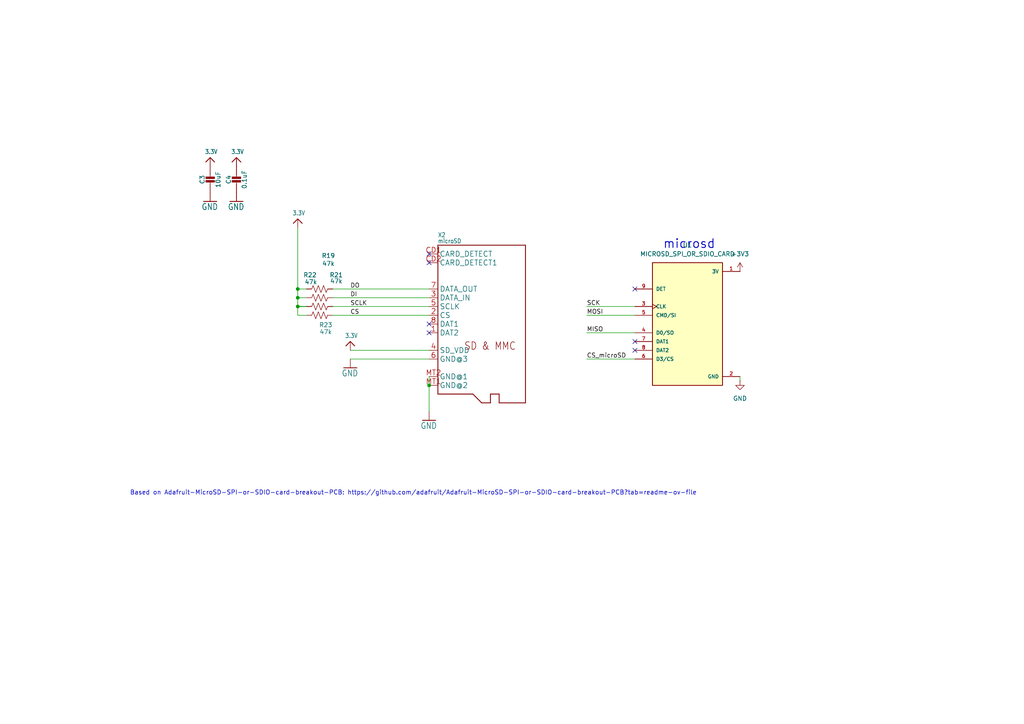
<source format=kicad_sch>
(kicad_sch (version 20250114) (generator "eeschema") (generator_version "9.0")
  (paper "A4")
  (lib_symbols
    (symbol "Adafruit SDIO microSD-eagle-import:3.3V" (power)
      (symbol "3.3V_1_0"
        (polyline (pts (xy -1.27 -1.27) (xy 0 0)) (stroke (width 0.254)))
        (polyline (pts (xy 0 0) (xy 1.27 -1.27)) (stroke (width 0.254)))
        (pin power_in line (at 0 -2.54 90) (length 2.54) (name "3.3V") (number "1"))
      )
    )
    (symbol "Adafruit SDIO microSD-eagle-import:CAP_CERAMIC0603_NO"
      (property "Reference" "C" (at -2.29 1.25 90))
      (symbol "CAP_CERAMIC0603_NO_1_0"
        (rectangle (start -1.27 1.524) (end 1.27 2.032) (fill (type outline)))
        (rectangle (start -1.27 0.508) (end 1.27 1.016) (fill (type outline)))
        (polyline (pts (xy 0 2.54) (xy 0 1.778)) (stroke (width 0.1524)))
        (polyline (pts (xy 0 0.762) (xy 0 0)) (stroke (width 0.1524)))
        (pin passive line (at 0 5.08 270) (length 2.54) (name "1") (number "1"))
        (pin passive line (at 0 -2.54 90) (length 2.54) (name "2") (number "2"))
      )
    )
    (symbol "Adafruit SDIO microSD-eagle-import:CAP_CERAMIC0805-NOOUTLINE"
      (property "Reference" "C" (at -2.29 1.25 90))
      (symbol "CAP_CERAMIC0805-NOOUTLINE_1_0"
        (rectangle (start -1.27 1.524) (end 1.27 2.032) (fill (type outline)))
        (rectangle (start -1.27 0.508) (end 1.27 1.016) (fill (type outline)))
        (polyline (pts (xy 0 2.54) (xy 0 1.778)) (stroke (width 0.1524)))
        (polyline (pts (xy 0 0.762) (xy 0 0)) (stroke (width 0.1524)))
        (pin passive line (at 0 5.08 270) (length 2.54) (name "1") (number "1"))
        (pin passive line (at 0 -2.54 90) (length 2.54) (name "2") (number "2"))
      )
    )
    (symbol "Adafruit SDIO microSD-eagle-import:GND" (power)
      (symbol "GND_1_0"
        (polyline (pts (xy -1.905 0) (xy 1.905 0)) (stroke (width 0.254)))
        (pin power_in line (at 0 2.54 270) (length 2.54) (name "GND") (number "1"))
      )
    )
    (symbol "Adafruit SDIO microSD-eagle-import:MICROSD"
      (property "Reference" "X" (at -12.7 22.606 0))
      (symbol "MICROSD_1_0"
        (polyline (pts (xy -12.7 20.32) (xy -12.7 -22.86)) (stroke (width 0.254)))
        (polyline (pts (xy -12.7 -22.86) (xy -2.54 -22.86)) (stroke (width 0.254)))
        (polyline (pts (xy -2.54 -22.86) (xy 0 -25.4)) (stroke (width 0.254)))
        (polyline (pts (xy 0 -25.4) (xy 2.54 -25.4)) (stroke (width 0.254)))
        (polyline (pts (xy 2.54 -22.86) (xy 5.08 -22.86)) (stroke (width 0.254)))
        (polyline (pts (xy 2.54 -25.4) (xy 2.54 -22.86)) (stroke (width 0.254)))
        (polyline (pts (xy 5.08 -22.86) (xy 5.08 -25.4)) (stroke (width 0.254)))
        (polyline (pts (xy 5.08 -25.4) (xy 12.7 -25.4)) (stroke (width 0.254)))
        (polyline (pts (xy 12.7 20.32) (xy -12.7 20.32)) (stroke (width 0.254)))
        (polyline (pts (xy 12.7 -25.4) (xy 12.7 20.32)) (stroke (width 0.254)))
        (text "SD & MMC" (at -5.08 -10.16 0) (effects (font (size 2.1844 1.8567)) (justify left bottom)))
        (pin passive line (at -15.24 17.78 0) (length 2.54) (name "CARD_DETECT") (number "CD1"))
        (pin passive line (at -15.24 15.24 0) (length 2.54) (name "CARD_DETECT1") (number "CD2"))
        (pin output line (at -15.24 7.62 0) (length 2.54) (name "DATA_OUT") (number "7"))
        (pin input line (at -15.24 5.08 0) (length 2.54) (name "DATA_IN") (number "3"))
        (pin input line (at -15.24 2.54 0) (length 2.54) (name "SCLK") (number "5"))
        (pin input line (at -15.24 0 0) (length 2.54) (name "CS") (number "2"))
        (pin bidirectional line (at -15.24 -2.54 0) (length 2.54) (name "DAT1") (number "8"))
        (pin bidirectional line (at -15.24 -5.08 0) (length 2.54) (name "DAT2") (number "1"))
        (pin power_in line (at -15.24 -10.16 0) (length 2.54) (name "SD_VDD") (number "4"))
        (pin power_in line (at -15.24 -12.7 0) (length 2.54) (name "GND@3") (number "6"))
        (pin power_in line (at -15.24 -17.78 0) (length 2.54) (name "GND@1") (number "MT2"))
        (pin power_in line (at -15.24 -20.32 0) (length 2.54) (name "GND@2") (number "MT1"))
      )
    )
    (symbol "Device:R_US" (pin_numbers (hide yes)) (pin_names (offset 0))
      (property "Reference" "R" (at 2.54 0 90))
      (property "Value" "R_US" (at -2.54 0 90))
      (symbol "R_US_0_1"
        (polyline (pts (xy 0 2.286) (xy 0 2.54)))
        (polyline (pts (xy 0 2.286) (xy 1.016 1.905) (xy 0 1.524) (xy -1.016 1.143) (xy 0 0.762)))
        (polyline (pts (xy 0 0.762) (xy 1.016 0.381) (xy 0 0) (xy -1.016 -0.381) (xy 0 -0.762)))
        (polyline (pts (xy 0 -0.762) (xy 1.016 -1.143) (xy 0 -1.524) (xy -1.016 -1.905) (xy 0 -2.286)))
        (polyline (pts (xy 0 -2.286) (xy 0 -2.54)))
      )
      (symbol "R_US_1_1"
        (pin passive line (at 0 3.81 270) (length 1.27) (name "~") (number "1"))
        (pin passive line (at 0 -3.81 90) (length 1.27) (name "~") (number "2"))
      )
    )
    (symbol "MICROSD_SPI_OR_SDIO_CARD:MICROSD_SPI_OR_SDIO_CARD" (pin_names (offset 1.016))
      (property "Reference" "U" (at -10.16 18.542 0))
      (property "Value" "MICROSD_SPI_OR_SDIO_CARD" (at -10.16 -20.32 0))
      (symbol "MICROSD_SPI_OR_SDIO_CARD_0_0"
        (rectangle (start -10.16 -17.78) (end 10.16 17.78) (stroke (width 0.254)) (fill (type background)))
        (pin input line (at -15.24 10.16 0) (length 5.08) (name "DET") (number "9"))
        (pin input clock (at -15.24 5.08 0) (length 5.08) (name "CLK") (number "3"))
        (pin bidirectional line (at -15.24 2.54 0) (length 5.08) (name "CMD/SI") (number "5"))
        (pin bidirectional line (at -15.24 -2.54 0) (length 5.08) (name "D0/SO") (number "4"))
        (pin bidirectional line (at -15.24 -5.08 0) (length 5.08) (name "DAT1") (number "7"))
        (pin bidirectional line (at -15.24 -7.62 0) (length 5.08) (name "DAT2") (number "8"))
        (pin bidirectional line (at -15.24 -10.16 0) (length 5.08) (name "D3/CS") (number "6"))
        (pin power_in line (at 15.24 15.24 180) (length 5.08) (name "3V") (number "1"))
        (pin power_in line (at 15.24 -15.24 180) (length 5.08) (name "GND") (number "2"))
      )
    )
    (symbol "externalLibrary:+3V3" (power) (pin_numbers (hide yes)) (pin_names (offset 0) (hide yes))
      (property "Value" "+3V3" (at 0 3.556 0))
      (symbol "+3V3_0_1"
        (polyline (pts (xy -0.762 1.27) (xy 0 2.54)))
        (polyline (pts (xy 0 2.54) (xy 0.762 1.27)))
        (polyline (pts (xy 0 0) (xy 0 2.54)))
      )
      (symbol "+3V3_1_1"
        (pin power_in line (at 0 0 90) (length 0) (name "~") (number "1"))
      )
    )
    (symbol "externalLibrary:GND" (power) (pin_numbers (hide yes)) (pin_names (offset 0) (hide yes))
      (property "Value" "GND" (at 0 -3.81 0))
      (symbol "GND_0_1"
        (polyline (pts (xy 0 0) (xy 0 -1.27) (xy 1.27 -1.27) (xy 0 -2.54) (xy -1.27 -1.27) (xy 0 -1.27)))
      )
      (symbol "GND_1_1"
        (pin power_in line (at 0 0 270) (length 0) (name "~") (number "1"))
      )
    )
  )
  (text "microsd" (at 199.898 70.866 0) (effects (font (size 2.54 2.54) (thickness 0.254) (bold yes))))
  (text "Based on Adafruit-MicroSD-SPI-or-SDIO-card-breakout-PCB: https://github.com/adafruit/Adafruit-MicroSD-SPI-or-SDIO-card-breakout-PCB?tab=readme-ov-file" (at 119.888 143.002 0) (effects (font (size 1.27 1.27))))
  (junction (at 86.36 83.82))
  (junction (at 86.36 88.9))
  (junction (at 86.36 86.36))
  (junction (at 124.46 111.76))
  (no_connect (at 184.15 99.06))
  (no_connect (at 184.15 83.82))
  (no_connect (at 124.46 93.98))
  (no_connect (at 124.46 76.2))
  (no_connect (at 184.15 101.6))
  (no_connect (at 124.46 96.52))
  (no_connect (at 124.46 73.66))
  (wire (pts (xy 96.52 86.36) (xy 124.46 86.36)) (stroke (width 0.1524)))
  (wire (pts (xy 214.63 110.49) (xy 214.63 109.22)))
  (wire (pts (xy 124.46 101.6) (xy 101.6 101.6)) (stroke (width 0.1524)))
  (wire (pts (xy 124.46 83.82) (xy 96.52 83.82)) (stroke (width 0.1524)))
  (wire (pts (xy 86.36 88.9) (xy 88.9 88.9)))
  (wire (pts (xy 86.36 83.82) (xy 88.9 83.82)))
  (wire (pts (xy 86.36 88.9) (xy 86.36 91.44)) (stroke (width 0.1524)))
  (wire (pts (xy 124.46 104.14) (xy 101.6 104.14)) (stroke (width 0.1524)))
  (wire (pts (xy 86.36 66.04) (xy 86.36 83.82)) (stroke (width 0.1524)))
  (wire (pts (xy 86.36 86.36) (xy 88.9 86.36)))
  (wire (pts (xy 86.36 86.36) (xy 86.36 88.9)) (stroke (width 0.1524)))
  (wire (pts (xy 170.18 104.14) (xy 184.15 104.14)))
  (wire (pts (xy 124.46 109.22) (xy 124.46 111.76)) (stroke (width 0.1524)))
  (wire (pts (xy 170.18 96.52) (xy 184.15 96.52)))
  (wire (pts (xy 170.18 88.9) (xy 184.15 88.9)))
  (wire (pts (xy 96.52 91.44) (xy 124.46 91.44)) (stroke (width 0.1524)))
  (wire (pts (xy 170.18 91.44) (xy 184.15 91.44)))
  (wire (pts (xy 86.36 83.82) (xy 86.36 86.36)) (stroke (width 0.1524)))
  (wire (pts (xy 86.36 91.44) (xy 88.9 91.44)) (stroke (width 0.1524)))
  (wire (pts (xy 124.46 111.76) (xy 124.46 119.38)) (stroke (width 0.1524)))
  (wire (pts (xy 124.46 88.9) (xy 96.52 88.9)) (stroke (width 0.1524)))
  (wire (pts (xy 86.36 88.9) (xy 88.9 88.9)) (stroke (width 0.1524)))
  (label "DI" (at 101.6 86.36 0) (effects (font (size 1.2446 1.2446))))
  (label "MOSI" (at 170.18 91.44 0))
  (label "CS_microSD" (at 170.18 104.14 0))
  (label "SCLK" (at 101.6 88.9 0) (effects (font (size 1.2446 1.2446))))
  (label "CS" (at 101.6 91.44 0) (effects (font (size 1.2446 1.2446))))
  (label "SCK" (at 170.18 88.9 0))
  (label "DO" (at 101.6 83.82 0) (effects (font (size 1.2446 1.2446))))
  (label "MISO" (at 170.18 96.52 0))
  (symbol (lib_id "Adafruit SDIO microSD-eagle-import:3.3V") (at 101.6 99.06 0) (unit 1)
    (property "Reference" "#U$07" (effects (hide yes)))
    (property "Value" "3.3V" (at 100.076 98.044 0) (effects (font (size 1.27 1.0795)) (justify left bottom)))
  )
  (symbol (lib_id "Adafruit SDIO microSD-eagle-import:3.3V") (at 60.96 45.72 0) (unit 1)
    (property "Reference" "#U$02" (effects (hide yes)))
    (property "Value" "3.3V" (at 59.436 44.704 0) (effects (font (size 1.27 1.0795)) (justify left bottom)))
  )
  (symbol (lib_id "Adafruit SDIO microSD-eagle-import:MICROSD") (at 139.7 91.44 0) (unit 1)
    (property "Reference" "X2" (at 127 68.834 0) (effects (font (size 1.27 1.0795)) (justify left bottom)))
    (property "Value" "microSD" (at 127 70.612 0) (effects (font (size 1.27 1.0795)) (justify left bottom)))
    (property "Footprint" "Connector_Card:microSD_HC_Molex_47219-2001" (effects (hide yes)))
  )
  (symbol (lib_id "Adafruit SDIO microSD-eagle-import:3.3V") (at 86.36 63.5 0) (unit 1)
    (property "Reference" "#U$04" (effects (hide yes)))
    (property "Value" "3.3V" (at 84.836 62.484 0) (effects (font (size 1.27 1.0795)) (justify left bottom)))
  )
  (symbol (lib_id "Adafruit SDIO microSD-eagle-import:GND") (at 124.46 121.92 0) (unit 1)
    (property "Reference" "#GND010" (effects (hide yes)))
    (property "Value" "GND" (at 121.92 124.46 0) (effects (font (size 1.778 1.5113)) (justify left bottom)))
  )
  (symbol (lib_id "externalLibrary:GND") (at 214.63 110.49 0) (unit 1)
    (property "Reference" "#PWR05" (effects (hide yes)))
    (property "Value" "GND" (at 214.63 115.57 0))
    (property "Description" "Power symbol creates a global label with name \"GND\" , ground" (effects (hide yes)))
  )
  (symbol (lib_id "Device:R_US") (at 92.71 83.82 90) (unit 1)
    (property "Reference" "R19" (at 95.25 74.168 90))
    (property "Value" "47k" (at 95.25 76.454 90))
    (property "Description" "Resistor, US symbol" (effects (hide yes)))
  )
  (symbol (lib_id "externalLibrary:+3V3") (at 214.63 78.74 0) (unit 1)
    (property "Reference" "#PWR04" (effects (hide yes)))
    (property "Value" "+3V3" (at 214.63 73.66 0))
    (property "Description" "Power symbol creates a global label with name \"+3V3\"" (effects (hide yes)))
  )
  (symbol (lib_id "Adafruit SDIO microSD-eagle-import:GND") (at 101.6 106.68 0) (unit 1)
    (property "Reference" "#GND09" (effects (hide yes)))
    (property "Value" "GND" (at 99.06 109.22 0) (effects (font (size 1.778 1.5113)) (justify left bottom)))
  )
  (symbol (lib_id "MICROSD_SPI_OR_SDIO_CARD:MICROSD_SPI_OR_SDIO_CARD") (at 199.39 93.98 0) (unit 1)
    (property "Reference" "U1" (at 199.39 71.12 0))
    (property "Value" "MICROSD_SPI_OR_SDIO_CARD" (at 199.39 73.66 0))
    (property "Footprint" "footpriont:MODULE_MICROSD_SPI_OR_SDIO_CARD" (effects (hide yes)))
    (property "MF" "Adafruit Industries" (effects (hide yes)))
    (property "Description_1" "\n                        \n                            Memory Card Connectors Raspberry pi microSD card adapter\n                        \n" (effects (hide yes)))
    (property "Package" "Package" (effects (hide yes)))
    (property "Price" "None" (effects (hide yes)))
    (property "Check_prices" "https://www.snapeda.com/parts/MicroSD%20SPI%20or%20SDIO%20Card/Adafruit+Industries/view-part/?ref=eda" (effects (hide yes)))
    (property "STANDARD" "Manufacturer Recommendations" (effects (hide yes)))
    (property "PARTREV" "B" (effects (hide yes)))
    (property "SnapEDA_Link" "https://www.snapeda.com/parts/MicroSD%20SPI%20or%20SDIO%20Card/Adafruit+Industries/view-part/?ref=snap" (effects (hide yes)))
    (property "MP" "MicroSD SPI or SDIO Card" (effects (hide yes)))
    (property "Availability" "Not in stock" (effects (hide yes)))
    (property "MANUFACTURER" "Adafruit Industries" (effects (hide yes)))
  )
  (symbol (lib_id "Device:R_US") (at 92.71 91.44 90) (unit 1)
    (property "Reference" "R23" (at 94.488 94.234 90))
    (property "Value" "47k" (at 94.488 96.266 90))
    (property "Description" "Resistor, US symbol" (effects (hide yes)))
  )
  (symbol (lib_id "Device:R_US") (at 92.71 86.36 90) (unit 1)
    (property "Reference" "R21" (at 97.536 79.756 90))
    (property "Value" "47k" (at 97.536 81.534 90))
    (property "Description" "Resistor, US symbol" (effects (hide yes)))
  )
  (symbol (lib_id "Adafruit SDIO microSD-eagle-import:GND") (at 60.96 58.42 0) (unit 1)
    (property "Reference" "#GND03" (effects (hide yes)))
    (property "Value" "GND" (at 58.42 60.96 0) (effects (font (size 1.778 1.5113)) (justify left bottom)))
  )
  (symbol (lib_id "Adafruit SDIO microSD-eagle-import:CAP_CERAMIC0805-NOOUTLINE") (at 60.96 53.34 0) (unit 1)
    (property "Reference" "C3" (at 58.67 52.09 90))
    (property "Value" "10uF" (at 63.26 52.09 90))
    (property "Footprint" "Capacitor_SMD:C_0603_1608Metric" (effects (hide yes)))
  )
  (symbol (lib_id "Adafruit SDIO microSD-eagle-import:GND") (at 68.58 58.42 0) (unit 1)
    (property "Reference" "#GND07" (effects (hide yes)))
    (property "Value" "GND" (at 66.04 60.96 0) (effects (font (size 1.778 1.5113)) (justify left bottom)))
  )
  (symbol (lib_id "Adafruit SDIO microSD-eagle-import:3.3V") (at 68.58 45.72 0) (unit 1)
    (property "Reference" "#U$03" (effects (hide yes)))
    (property "Value" "3.3V" (at 67.056 44.704 0) (effects (font (size 1.27 1.0795)) (justify left bottom)))
  )
  (symbol (lib_id "Device:R_US") (at 92.71 88.9 90) (unit 1)
    (property "Reference" "R22" (at 89.916 79.756 90))
    (property "Value" "47k" (at 90.17 81.788 90))
    (property "Description" "Resistor, US symbol" (effects (hide yes)))
  )
  (symbol (lib_id "Adafruit SDIO microSD-eagle-import:CAP_CERAMIC0603_NO") (at 68.58 53.34 0) (unit 1)
    (property "Reference" "C4" (at 66.29 52.09 90))
    (property "Value" "0.1uF" (at 70.88 52.09 90))
    (property "Footprint" "Capacitor_SMD:C_0603_1608Metric" (effects (hide yes)))
  )
)
</source>
